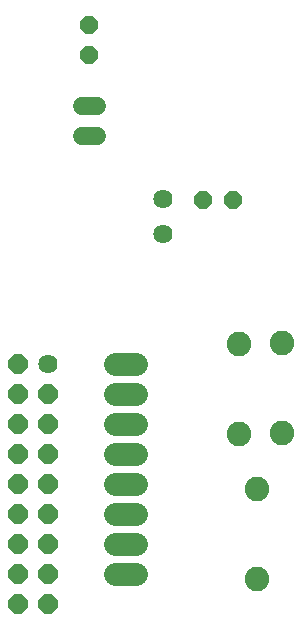
<source format=gbs>
G75*
%MOIN*%
%OFA0B0*%
%FSLAX25Y25*%
%IPPOS*%
%LPD*%
%AMOC8*
5,1,8,0,0,1.08239X$1,22.5*
%
%ADD10OC8,0.06000*%
%ADD11C,0.06000*%
%ADD12C,0.06400*%
%ADD13OC8,0.06400*%
%ADD14C,0.08200*%
%ADD15C,0.07800*%
%ADD16R,0.04762X0.04762*%
D10*
X0108913Y0150252D03*
X0118913Y0150252D03*
X0070882Y0198441D03*
X0070882Y0208441D03*
D11*
X0068282Y0181315D02*
X0073482Y0181315D01*
X0073482Y0171315D02*
X0068282Y0171315D01*
D12*
X0095488Y0150606D03*
X0095488Y0138795D03*
X0056945Y0095567D03*
D13*
X0046945Y0015567D03*
X0046945Y0025567D03*
X0046945Y0035567D03*
X0046945Y0045567D03*
X0046945Y0055567D03*
X0046945Y0065567D03*
X0046945Y0075567D03*
X0046945Y0085567D03*
X0046945Y0095567D03*
X0056945Y0085567D03*
X0056945Y0075567D03*
X0056945Y0065567D03*
X0056945Y0055567D03*
X0056945Y0045567D03*
X0056945Y0035567D03*
X0056945Y0025567D03*
X0056945Y0015567D03*
D14*
X0120843Y0072260D03*
X0126866Y0053815D03*
X0135094Y0072575D03*
X0135094Y0102575D03*
X0120843Y0102260D03*
X0126866Y0023815D03*
D15*
X0086508Y0025567D02*
X0079508Y0025567D01*
X0079508Y0035567D02*
X0086508Y0035567D01*
X0086508Y0045567D02*
X0079508Y0045567D01*
X0079508Y0055567D02*
X0086508Y0055567D01*
X0086508Y0065567D02*
X0079508Y0065567D01*
X0079508Y0075567D02*
X0086508Y0075567D01*
X0086508Y0085567D02*
X0079508Y0085567D01*
X0079508Y0095567D02*
X0086508Y0095567D01*
D16*
X0095488Y0138795D03*
X0095488Y0150606D03*
M02*

</source>
